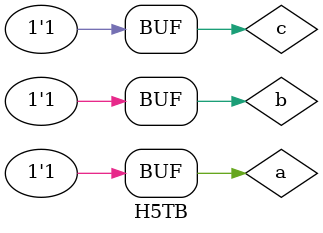
<source format=v>
`timescale 1ns/1ns

module H5TB;
reg a,b,c;
wire f;

POS t1(a,b,c,f);

initial begin

a=1'b0; b=1'b0; c=1'b0;

#10 a=1'b0; b=1'b0; c=1'b1;
#10 a=1'b0; b=1'b1; c=1'b0;
#10 a=1'b0; b=1'b1; c=1'b1;
#10 a=1'b1; b=1'b0; c=1'b0;
#10 a=1'b1; b=1'b0; c=1'b1;
#10 a=1'b1; b=1'b1; c=1'b0;
#10 a=1'b1; b=1'b1; c=1'b1;
end
endmodule
</source>
